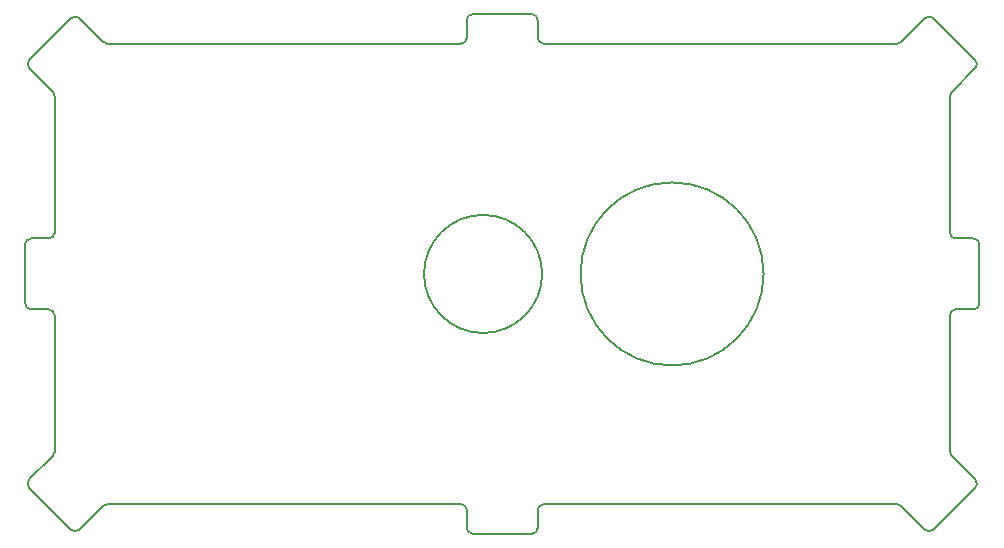
<source format=gbr>
%TF.GenerationSoftware,KiCad,Pcbnew,9.0.0*%
%TF.CreationDate,2025-06-23T21:36:03+01:00*%
%TF.ProjectId,TankHull,54616e6b-4875-46c6-9c2e-6b696361645f,rev?*%
%TF.SameCoordinates,Original*%
%TF.FileFunction,Profile,NP*%
%FSLAX46Y46*%
G04 Gerber Fmt 4.6, Leading zero omitted, Abs format (unit mm)*
G04 Created by KiCad (PCBNEW 9.0.0) date 2025-06-23 21:36:03*
%MOMM*%
%LPD*%
G01*
G04 APERTURE LIST*
%TA.AperFunction,Profile*%
%ADD10C,0.200000*%
%TD*%
G04 APERTURE END LIST*
D10*
X158431394Y-85223197D02*
X156431390Y-87223201D01*
X158431393Y-84516091D02*
X154895859Y-80980556D01*
X78491098Y-105627000D02*
G75*
G02*
X77991000Y-105126961I2J500100D01*
G01*
X156284945Y-106127001D02*
G75*
G02*
X156779687Y-105626973I500055J1D01*
G01*
X115887978Y-124627001D02*
X118388000Y-124627001D01*
X78491055Y-99627000D02*
X79991053Y-99627000D01*
X77991054Y-102627000D02*
X77991054Y-105126961D01*
X82587250Y-80980555D02*
X84587251Y-82980556D01*
X121388001Y-122627001D02*
X121388001Y-124127001D01*
X78344608Y-85223195D02*
G75*
G02*
X78344568Y-84516044I353492J353595D01*
G01*
X158784945Y-102627005D02*
X158784945Y-100127006D01*
X114887978Y-122127001D02*
G75*
G02*
X115387999Y-122627001I22J-499999D01*
G01*
X120888000Y-80627000D02*
G75*
G02*
X121388000Y-81127001I0J-500000D01*
G01*
X158431394Y-120030804D02*
X156431384Y-118030794D01*
X77991054Y-102627000D02*
X77991054Y-100127001D01*
X154184379Y-124269070D02*
X152186055Y-122270746D01*
X115388000Y-82626999D02*
X115388000Y-81126998D01*
X140515723Y-102627001D02*
G75*
G02*
X125015723Y-102627001I-7750000J0D01*
G01*
X125015723Y-102627001D02*
G75*
G02*
X140515723Y-102627001I7750000J0D01*
G01*
X80491054Y-117677301D02*
G75*
G02*
X80344600Y-118030800I-499854J1D01*
G01*
X151835178Y-122126997D02*
X121888001Y-122127001D01*
X120888000Y-80627000D02*
X118388001Y-80627000D01*
X84587187Y-122273509D02*
G75*
G02*
X84945674Y-122126983I353713J-353591D01*
G01*
X115388000Y-122627001D02*
X115388000Y-124131691D01*
X78344608Y-85223195D02*
X80344610Y-87223197D01*
X115887978Y-124627001D02*
G75*
G02*
X115388021Y-124131691I22J500001D01*
G01*
X79991088Y-105627000D02*
G75*
G02*
X80490995Y-106124726I12J-499900D01*
G01*
X115388000Y-81126998D02*
G75*
G02*
X115887998Y-80627000I500000J-2D01*
G01*
X78344609Y-120737916D02*
X81883527Y-124276834D01*
X158425734Y-120743568D02*
X154895791Y-124273513D01*
X152188754Y-82980556D02*
G75*
G02*
X151835200Y-83127002I-353554J353556D01*
G01*
X78491098Y-105627000D02*
X79991088Y-105627000D01*
X82587236Y-124273460D02*
X84587187Y-122273509D01*
X154895791Y-124273513D02*
G75*
G02*
X154184400Y-124269050I-353491J353613D01*
G01*
X84945674Y-122127001D02*
X114887978Y-122127001D01*
X115887998Y-80627000D02*
X118388000Y-80627000D01*
X78344609Y-84516085D02*
X81880140Y-80980554D01*
X156284946Y-87576749D02*
G75*
G02*
X156431411Y-87223222I500254J-151D01*
G01*
X77991054Y-100127001D02*
G75*
G02*
X78491055Y-99627054I499946J1D01*
G01*
X121888002Y-83127000D02*
G75*
G02*
X121388000Y-82626999I-2J500000D01*
G01*
X158431394Y-120030804D02*
G75*
G02*
X158425733Y-120743567I-353594J-353596D01*
G01*
X158784945Y-105126981D02*
G75*
G02*
X158284938Y-105626945I-499945J-19D01*
G01*
X82587236Y-124273460D02*
G75*
G02*
X81883549Y-124276812I-353536J353660D01*
G01*
X158284944Y-99627005D02*
G75*
G02*
X158784995Y-100127006I-44J-500095D01*
G01*
X156284946Y-87576749D02*
X156284945Y-99127005D01*
X158284944Y-99627005D02*
X156784945Y-99627005D01*
X154188754Y-80980556D02*
G75*
G02*
X154895859Y-80980555I353553J-353560D01*
G01*
X81880140Y-80980554D02*
G75*
G02*
X82587256Y-80980549I353560J-353546D01*
G01*
X156431384Y-118030794D02*
G75*
G02*
X156284968Y-117677249I353516J353494D01*
G01*
X78344609Y-120737916D02*
G75*
G02*
X78344646Y-120030846I353791J353516D01*
G01*
X121388001Y-82626999D02*
X121388001Y-81127001D01*
X158784945Y-102626996D02*
X158784945Y-105126981D01*
X118388000Y-124627001D02*
X120892773Y-124627001D01*
X84940799Y-83127000D02*
G75*
G02*
X84587250Y-82980557I1J500000D01*
G01*
X80491054Y-117677301D02*
X80491054Y-106124726D01*
X158284938Y-105626996D02*
X156779687Y-105626996D01*
X80344610Y-87223197D02*
G75*
G02*
X80491075Y-87576746I-353610J-353603D01*
G01*
X151835200Y-83127003D02*
X121888002Y-83127000D01*
X151835178Y-122126997D02*
G75*
G02*
X152186066Y-122270735I22J-500103D01*
G01*
X156784945Y-99627005D02*
G75*
G02*
X156284995Y-99127005I-45J499905D01*
G01*
X80491054Y-99126999D02*
G75*
G02*
X79991053Y-99627054I-500054J-1D01*
G01*
X121388001Y-122627001D02*
G75*
G02*
X121888001Y-122127001I499999J1D01*
G01*
X78344607Y-120030807D02*
X80344607Y-118030807D01*
X154188754Y-80980556D02*
X152188754Y-82980556D01*
X156284946Y-117677249D02*
X156284945Y-106127001D01*
X121765723Y-102627001D02*
G75*
G02*
X111765723Y-102627001I-5000000J0D01*
G01*
X111765723Y-102627001D02*
G75*
G02*
X121765723Y-102627001I5000000J0D01*
G01*
X115388000Y-82626999D02*
G75*
G02*
X114887999Y-83127000I-500000J-1D01*
G01*
X158431393Y-84516091D02*
G75*
G02*
X158431350Y-85223153I-353693J-353509D01*
G01*
X121388001Y-124127001D02*
G75*
G02*
X120892773Y-124626978I-500001J1D01*
G01*
X84940799Y-83127000D02*
X114887999Y-83127000D01*
X80491054Y-87576746D02*
X80491054Y-99126999D01*
M02*

</source>
